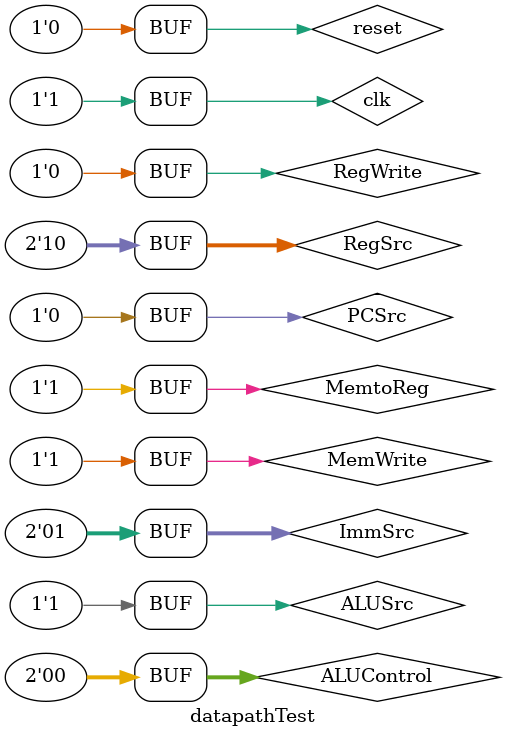
<source format=sv>
module datapathTest();
	logic clk, reset;
	
	logic RegWrite, MemWrite; //Enables
	
	logic MemtoReg, PCSrc, ALUSrc; // Selectors
	logic [1:0] RegSrc;				 // Selector
	
	logic [1:0] ImmSrc, ALUControl; //Señales de seleccion
	
	logic [3:0] ALUFlags; //out
	logic [31:0] PC, ALUResult, ReadOutData, PCNext, Instr, Result, SrcA, SrcB; //out
	logic [3:0] RA1, RA2;
	
	// instantiate device to be tested
	datapath dp(clk, reset, RegSrc, RegWrite, MemWrite, ImmSrc, ALUSrc, ALUControl, 
					MemtoReg, PCSrc, 
					ALUFlags, PC, ALUResult, ReadOutData, PCNext, Instr, Result, SrcA, SrcB, RA1, RA2);
	
	
	// generate clock to sequence tests
	always begin
	clk <= 0; # 5; clk <= 1; #5;
	end

	
	// initialize test
	initial begin
		#5; reset <= 1; #1; reset <= 0;
		
		
		//----------------------------------------- EJEMPLO 1 ---------------------------------------------
		/*
			ADD R1, R15, #0 ; R1 = 8 + 0 = 8
			ADD R2, R1, #5  ; R2 = 8 + 5 = 13
			SUB R3, R2, #2  ; R3 = 13 - 2 = 11
			ADD R4, R3, R2  ; R4 = 13 + 11 =	24
		*/
		/*
		//ADD R1, R15, #0
		RegSrc = 00; RegWrite = 1; ImmSrc =  00; ALUSrc =  1; 
		ALUControl = 00; MemWrite = 0; MemtoReg = 0; PCSrc = 0;
		#9;
		
		//ADD R2, R1, #5
		RegSrc = 00; RegWrite = 1; ImmSrc =  00; ALUSrc =  1;
		ALUControl = 00; MemWrite = 0; MemtoReg = 0; PCSrc = 0;
		#10;
		
		//SUB R3, R2, #2
		RegSrc = 00; RegWrite = 1; ImmSrc =  00; ALUSrc =  1;
		ALUControl = 01; MemWrite = 0; MemtoReg = 0; PCSrc = 0;
		#10;
		
		
		//ADD R4, R3, R2
		RegSrc = 00; RegWrite = 1; ImmSrc =  00; ALUSrc =  0;
		ALUControl = 00; MemWrite = 0; MemtoReg = 0; PCSrc = 0;
		#10;		
		*/
		
		//----------------------------------------- EJEMPLO 2 -----------------------------------------
		
		/*	
			SUB R0, R15,R15
			ADD R1, R0, #5 
			ADD R2, R0, #2 
			
			SUBS R3, R1, R2
			BLT R2ESMAYOR
			
			SUB R4,R1,R2
			EOR R7,R1,R4
			ADD R6,R2,R7	
			B FIN
		R2ESMAYOR:
			ADD R4,R1,R2
			ADD R7,R4,#3
			EOR R6,R1,R7
		FIN:
			ADD R5, R4,R4				
		*/
		
		/*
		//SUB R0, R15, R15
		#1;
		RegSrc = 00; RegWrite = 1; ImmSrc =  00; ALUSrc =  0;
		ALUControl = 01; MemWrite = 0; MemtoReg = 0; PCSrc = 0;
		#8;			
			
		//ADD R1, R0, #5
		#1;
		RegSrc = 00; RegWrite = 1; ImmSrc =  00; ALUSrc =  1; 
		ALUControl = 00; MemWrite = 0; MemtoReg = 0; PCSrc = 0;
		#9;
		
		//ADD R2, R0, #2 			
		#1;
		RegSrc = 00; RegWrite = 1; ImmSrc =  00; ALUSrc =  1;
		ALUControl = 00; MemWrite = 0; MemtoReg = 0; PCSrc = 0;
		#9;	
	
		//SUBS R3, R1, R2
		#1;
		RegSrc = 00; RegWrite = 1; ImmSrc =  00; ALUSrc =  0;
		ALUControl = 01; MemWrite = 0; MemtoReg = 0; PCSrc = 0;
		#9;	
				
		//BLT R2ESMAYOR
		#1;
		RegSrc = 01; RegWrite = 0; ImmSrc =  10; ALUSrc =  1;
		ALUControl = 00; MemWrite = 0; MemtoReg = 0; PCSrc = 1;
		#10;
	
		
		//SUB R4,R1,R2
		#1;
		RegSrc = 00; RegWrite = 1; ImmSrc =  00; ALUSrc =  0;
		ALUControl = 01; MemWrite = 0; MemtoReg = 0; PCSrc = 0;
		#9;	
		
		//EOR R7,R1,R4
		#1;
		RegSrc = 00; RegWrite = 1; ImmSrc =  00; ALUSrc =  0;
		ALUControl = 10; MemWrite = 0; MemtoReg = 0; PCSrc = 0;
		#9;
		
		//ADD R6,R2,R7
		#1;
		RegSrc = 00; RegWrite = 1; ImmSrc =  00; ALUSrc =  0;
		ALUControl = 00; MemWrite = 0; MemtoReg = 0; PCSrc = 0;
		#9;
		
		//B FIN
		#1;
		RegSrc = 01; RegWrite = 0; ImmSrc =  10; ALUSrc =  1;
		ALUControl = 00; MemWrite = 0; MemtoReg = 0; PCSrc = 1;
		#9;

		//ADD R4,R1,R2 -> R2ESMAYOR: 	
		#1;
		RegSrc = 00; RegWrite = 1; ImmSrc =  00; ALUSrc =  0; 
		ALUControl = 00; MemWrite = 0; MemtoReg = 0; PCSrc = 0;
		#9;
		
		//ADD R7,R4,#3
		#1;
		RegSrc = 00; RegWrite = 1; ImmSrc =  00; ALUSrc =  1; 
		ALUControl = 00; MemWrite = 0; MemtoReg = 0; PCSrc = 0;
		#9;		
		
		//EOR R6,R1,R7
		#1;
		RegSrc = 00; RegWrite = 1; ImmSrc =  00; ALUSrc =  0; 
		ALUControl = 10; MemWrite = 0; MemtoReg = 0; PCSrc = 0;
		#9;
		
		//ADD R5, R4,R4 -> FIN
		 #1;
		RegSrc = 00; RegWrite = 1; ImmSrc =  00; ALUSrc =  0; 
		ALUControl = 00; MemWrite = 0; MemtoReg = 0; PCSrc = 0;
		#9;		
		*/
		
			
		//--------------------------------- EJEMPLO 3 -----------------------------------------
		
		/*
		SUB R0, R15, R15 // R0 = 0
				
		LDR R1, [R0] // Donde guardar lo que viene de memoria -> R1 = 5
		ADD R2, R1, #3 //Prueba de que se trajo el dato de la memoria -> R2 = 8
		STR R2, [R0] // Guardar el resultado obtenido en memoria -> 0x000: 8					
		*/
		
		//SUB R0, R15, R15 ;Direccion de memoria
		
		#1;
		RegSrc = 00; RegWrite = 1; ImmSrc =  00; ALUSrc =  0;
		ALUControl = 01; MemWrite = 0; MemtoReg = 0; PCSrc = 0;
		#9;			
		
		//LDR R1, [R0]
		#1;
		RegSrc = 00; RegWrite = 1; ImmSrc =  01; ALUSrc =  1;
		ALUControl = 00; MemWrite = 0; MemtoReg = 1; PCSrc = 0;
		#9;			
		
		
		//ADD R2, R1, #3
		#1;
		RegSrc = 00; RegWrite = 1; ImmSrc =  00; ALUSrc =  1;
		ALUControl = 00; MemWrite = 0; MemtoReg = 0; PCSrc = 0;
		#9;
		
		
		//STR R2, [R0] 
		#1;
		RegSrc = 10; RegWrite = 0; ImmSrc =  01; ALUSrc =  1;
		ALUControl = 00; MemWrite = 1; MemtoReg = 1; PCSrc = 0;
		#9;			
		
	
	end

endmodule

</source>
